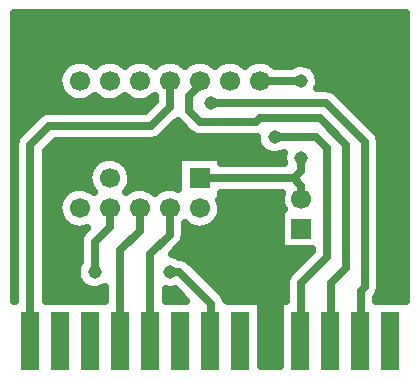
<source format=gbl>
G04 DipTrace 2.4.0.2*
%INBottom.gbr*%
%MOMM*%
%ADD13C,0.305*%
%ADD14C,0.66*%
%ADD15C,0.635*%
%ADD16R,1.5X5.0*%
%ADD17R,1.7X1.7*%
%ADD18C,1.7*%
%ADD19C,1.143*%
%FSLAX53Y53*%
G04*
G71*
G90*
G75*
G01*
%LNBottom*%
%LPD*%
X37256Y12539D2*
D13*
X37305Y12588D1*
D14*
Y17461D1*
X38575Y18731D1*
Y29209D1*
X36352Y31431D1*
X31273D1*
X30955Y31114D1*
X26192D1*
X25240Y32066D1*
Y33336D1*
X26193Y34289D1*
Y34606D1*
X39796Y12539D2*
D13*
X39845D1*
D14*
Y16826D1*
X40163Y17144D1*
Y29460D1*
X36921Y32701D1*
X27145D1*
X23653Y34606D2*
X23970D1*
X23653Y34289D1*
Y32384D1*
X22065Y30796D1*
X13453D1*
X11856Y29198D1*
Y12539D1*
X32542Y29844D2*
X36035D1*
X36988Y28891D1*
Y19684D1*
X34762Y17458D1*
Y12585D1*
D13*
X34716Y12539D1*
X23653Y23811D2*
D14*
Y21589D1*
X22016Y19952D1*
Y12539D1*
X27096D2*
D13*
X27141Y12584D1*
D14*
Y15719D1*
X24446Y18414D1*
X23653D1*
X17302D2*
Y20954D1*
X18573Y22224D1*
Y23811D1*
X21113D2*
Y21906D1*
X19476Y20269D1*
Y12539D1*
X26193Y26351D2*
X34130D1*
X34765Y25716D1*
Y24605D1*
X31273Y34606D2*
D13*
D3*
D14*
X34765D1*
Y28098D2*
Y26986D1*
X34130Y26351D1*
D19*
X27145Y32701D3*
X32542Y29844D3*
X23653Y18414D3*
X17302D3*
X34765Y34606D3*
Y28098D3*
X14286Y20001D3*
X29367Y16826D3*
X26192Y20001D3*
X31907Y16826D3*
X14281Y16984D3*
X29367Y23811D3*
X42703Y18096D3*
Y22859D3*
Y27939D3*
Y32384D3*
Y36194D3*
X39051Y38575D3*
X34606D3*
X33654Y20001D3*
X32384Y23811D3*
X16032Y28891D3*
X19843D3*
X23653D3*
X26986D3*
X12381Y37305D3*
Y34448D3*
X10508Y39721D2*
D15*
X43624D1*
X10508Y39090D2*
X43624D1*
X10508Y38458D2*
X43624D1*
X10508Y37826D2*
X43624D1*
X10508Y37195D2*
X43624D1*
X10508Y36563D2*
X43624D1*
X10508Y35931D2*
X14752D1*
X32559D2*
X33950D1*
X35586D2*
X43624D1*
X10508Y35300D2*
X14305D1*
X36181D2*
X43624D1*
X10508Y34668D2*
X14166D1*
X36350D2*
X43624D1*
X10508Y34036D2*
X14255D1*
X36240D2*
X43624D1*
X10508Y33405D2*
X14623D1*
X38096D2*
X43624D1*
X10508Y32773D2*
X22163D1*
X38731D2*
X43624D1*
X10508Y32141D2*
X21528D1*
X39356D2*
X43624D1*
X10508Y31510D2*
X12291D1*
X39991D2*
X43624D1*
X10508Y30878D2*
X11656D1*
X24027D2*
X24554D1*
X40626D2*
X43624D1*
X10508Y30246D2*
X11031D1*
X23392D2*
X25179D1*
X41241D2*
X43624D1*
X22628Y29615D2*
X30974D1*
X41499D2*
X43624D1*
X13519Y28983D2*
X31222D1*
X41509D2*
X43624D1*
X13202Y28351D2*
X32174D1*
X32917D2*
X33206D1*
X41509D2*
X43624D1*
X13202Y27720D2*
X17331D1*
X19810D2*
X24326D1*
X28055D2*
X33226D1*
X41509D2*
X43624D1*
X13202Y27088D2*
X16865D1*
X20286D2*
X24326D1*
X41509D2*
X43624D1*
X13202Y26456D2*
X16706D1*
X20435D2*
X24326D1*
X41509D2*
X43624D1*
X13202Y25825D2*
X16786D1*
X20355D2*
X24326D1*
X41509D2*
X43624D1*
X13202Y25193D2*
X14811D1*
X41509D2*
X43624D1*
X13202Y24561D2*
X14335D1*
X28055D2*
X32998D1*
X41509D2*
X43624D1*
X13202Y23930D2*
X14166D1*
X28055D2*
X33137D1*
X41509D2*
X43624D1*
X13202Y23298D2*
X14246D1*
X27985D2*
X32998D1*
X41509D2*
X43624D1*
X13202Y22666D2*
X14573D1*
X27648D2*
X32998D1*
X41509D2*
X43624D1*
X13202Y22035D2*
X15664D1*
X24999D2*
X25824D1*
X26557D2*
X32998D1*
X41509D2*
X43624D1*
X13202Y21403D2*
X16041D1*
X24989D2*
X32998D1*
X41509D2*
X43624D1*
X13202Y20771D2*
X15952D1*
X24701D2*
X32998D1*
X41509D2*
X43624D1*
X13202Y20140D2*
X15952D1*
X24076D2*
X35568D1*
X41509D2*
X43624D1*
X13202Y19508D2*
X15952D1*
X25177D2*
X34933D1*
X41509D2*
X43624D1*
X13202Y18876D2*
X15783D1*
X25862D2*
X34298D1*
X41509D2*
X43624D1*
X13202Y18245D2*
X15724D1*
X26497D2*
X33683D1*
X41509D2*
X43624D1*
X13202Y17613D2*
X15942D1*
X27122D2*
X33425D1*
X41509D2*
X43624D1*
X13202Y16981D2*
X16716D1*
X17885D2*
X18135D1*
X27757D2*
X33415D1*
X41499D2*
X43624D1*
X13202Y16350D2*
X18125D1*
X23362D2*
X24634D1*
X28323D2*
X33415D1*
X41231D2*
X43624D1*
X31399Y15718D2*
X32948D1*
X31399Y15086D2*
X32948D1*
X31399Y14455D2*
X32948D1*
X31399Y13823D2*
X32948D1*
X31399Y13191D2*
X32948D1*
X31399Y12560D2*
X32948D1*
X31399Y11928D2*
X32948D1*
X31399Y11296D2*
X32948D1*
X31399Y10665D2*
X32948D1*
X41119Y15992D2*
X43679D1*
X43687Y18064D1*
Y40353D1*
X10444D1*
Y15995D1*
X10579Y15992D1*
X10573Y17936D1*
Y29198D1*
X10612Y29513D1*
X10727Y29808D1*
X10948Y30106D1*
X12546Y31704D1*
X12796Y31898D1*
X13086Y32026D1*
X13453Y32079D1*
X21540D1*
X22371Y32917D1*
X22369Y33307D1*
X21999Y33036D1*
X21710Y32905D1*
X21403Y32827D1*
X21087Y32804D1*
X20772Y32836D1*
X20467Y32923D1*
X20182Y33062D1*
X19850Y33328D1*
X19459Y33036D1*
X19170Y32905D1*
X18863Y32827D1*
X18547Y32804D1*
X18232Y32836D1*
X17927Y32923D1*
X17642Y33062D1*
X17310Y33328D1*
X16919Y33036D1*
X16630Y32905D1*
X16323Y32827D1*
X16007Y32804D1*
X15692Y32836D1*
X15387Y32923D1*
X15102Y33062D1*
X14846Y33249D1*
X14626Y33478D1*
X14450Y33742D1*
X14323Y34032D1*
X14249Y34341D1*
X14230Y34657D1*
X14267Y34972D1*
X14359Y35276D1*
X14502Y35559D1*
X14692Y35812D1*
X14924Y36028D1*
X15191Y36201D1*
X15483Y36323D1*
X15792Y36393D1*
X16109Y36408D1*
X16423Y36366D1*
X16726Y36271D1*
X17007Y36123D1*
X17304Y35878D1*
X17464Y36028D1*
X17731Y36201D1*
X18023Y36323D1*
X18332Y36393D1*
X18649Y36408D1*
X18963Y36366D1*
X19266Y36271D1*
X19547Y36123D1*
X19844Y35878D1*
X20004Y36028D1*
X20271Y36201D1*
X20563Y36323D1*
X20872Y36393D1*
X21189Y36408D1*
X21503Y36366D1*
X21806Y36271D1*
X22087Y36123D1*
X22384Y35878D1*
X22544Y36028D1*
X22811Y36201D1*
X23103Y36323D1*
X23412Y36393D1*
X23729Y36408D1*
X24043Y36366D1*
X24346Y36271D1*
X24627Y36123D1*
X24924Y35878D1*
X25084Y36028D1*
X25351Y36201D1*
X25643Y36323D1*
X25952Y36393D1*
X26269Y36408D1*
X26583Y36366D1*
X26886Y36271D1*
X27167Y36123D1*
X27464Y35878D1*
X27624Y36028D1*
X27891Y36201D1*
X28183Y36323D1*
X28492Y36393D1*
X28809Y36408D1*
X29123Y36366D1*
X29426Y36271D1*
X29707Y36123D1*
X30004Y35878D1*
X30164Y36028D1*
X30431Y36201D1*
X30723Y36323D1*
X31032Y36393D1*
X31349Y36408D1*
X31663Y36366D1*
X31966Y36271D1*
X32247Y36123D1*
X32543Y35889D1*
X33941D1*
X34259Y36044D1*
X34567Y36118D1*
X34884Y36126D1*
X35195Y36069D1*
X35489Y35948D1*
X35750Y35769D1*
X35970Y35540D1*
X36137Y35271D1*
X36245Y34973D1*
X36289Y34606D1*
X36256Y34291D1*
X36154Y33981D1*
X36921Y33984D1*
X37235Y33945D1*
X37531Y33830D1*
X37828Y33609D1*
X41070Y30367D1*
X41264Y30117D1*
X41392Y29827D1*
X41446Y29460D1*
Y17144D1*
X41407Y16829D1*
X41322Y16593D1*
X41160Y16337D1*
X41128Y16191D1*
Y15983D1*
X41499Y15982D1*
X33330Y15992D2*
X33479D1*
Y17458D1*
X33518Y17772D1*
X33632Y18067D1*
X33854Y18365D1*
X35700Y20210D1*
X35704Y20368D1*
X33062Y20362D1*
Y23768D1*
X33290D1*
X33162Y24029D1*
X33083Y24336D1*
X33063Y24653D1*
X33134Y25071D1*
X27988Y25068D1*
X27995Y24548D1*
X27847D1*
X27983Y24026D1*
X27995Y23811D1*
X27968Y23495D1*
X27885Y23189D1*
X27750Y22902D1*
X27566Y22644D1*
X27340Y22421D1*
X27079Y22241D1*
X26790Y22110D1*
X26483Y22032D1*
X26167Y22009D1*
X25852Y22041D1*
X25547Y22128D1*
X25262Y22267D1*
X24930Y22533D1*
X24936Y21589D1*
X24897Y21274D1*
X24782Y20979D1*
X24560Y20681D1*
X23809Y19931D1*
X24083Y19876D1*
X24376Y19755D1*
X24466Y19694D1*
X24598Y19688D1*
X24905Y19612D1*
X25185Y19463D1*
X25578Y19097D1*
X28048Y16626D1*
X28243Y16377D1*
X28372Y16077D1*
X28315Y16233D1*
X28568Y15992D1*
X28799Y15982D1*
X29838Y15992D1*
X31339D1*
Y10446D1*
X33017Y10444D1*
X33013Y15992D1*
X33330D1*
X23299D2*
X25046D1*
X24094Y16952D1*
X23824Y16899D1*
X23507Y16896D1*
X23303Y16938D1*
X23299Y15993D1*
X23719Y15982D1*
X18090Y15992D2*
X18199D1*
X18193Y17172D1*
X17784Y16967D1*
X17474Y16899D1*
X17157Y16896D1*
X16847Y16959D1*
X16556Y17085D1*
X16297Y17268D1*
X16082Y17501D1*
X15919Y17773D1*
X15817Y18073D1*
X15778Y18387D1*
X15806Y18703D1*
X15898Y19006D1*
X16017Y19223D1*
X16019Y20954D1*
X16058Y21268D1*
X16173Y21563D1*
X16395Y21861D1*
X16630Y22110D1*
X16323Y22032D1*
X16007Y22009D1*
X15692Y22041D1*
X15387Y22128D1*
X15102Y22267D1*
X14846Y22454D1*
X14626Y22683D1*
X14450Y22947D1*
X14323Y23237D1*
X14249Y23546D1*
X14230Y23862D1*
X14267Y24177D1*
X14359Y24481D1*
X14502Y24764D1*
X14692Y25017D1*
X14924Y25233D1*
X15191Y25406D1*
X15483Y25528D1*
X15792Y25598D1*
X16109Y25613D1*
X16423Y25571D1*
X16726Y25476D1*
X17007Y25328D1*
X17218Y25165D1*
X16990Y25487D1*
X16863Y25777D1*
X16789Y26086D1*
X16770Y26402D1*
X16807Y26717D1*
X16899Y27021D1*
X17042Y27304D1*
X17232Y27557D1*
X17464Y27773D1*
X17731Y27946D1*
X18023Y28068D1*
X18332Y28138D1*
X18649Y28153D1*
X18963Y28111D1*
X19266Y28016D1*
X19547Y27868D1*
X19797Y27674D1*
X20010Y27439D1*
X20179Y27171D1*
X20297Y26876D1*
X20363Y26566D1*
X20375Y26351D1*
X20348Y26035D1*
X20265Y25729D1*
X20130Y25442D1*
X19952Y25192D1*
X20271Y25406D1*
X20563Y25528D1*
X20872Y25598D1*
X21189Y25613D1*
X21503Y25571D1*
X21806Y25476D1*
X22087Y25328D1*
X22384Y25083D1*
X22544Y25233D1*
X22811Y25406D1*
X23103Y25528D1*
X23412Y25598D1*
X23729Y25613D1*
X24043Y25571D1*
X24390Y25453D1*
Y28154D1*
X27995D1*
Y27628D1*
X31590Y27634D1*
X33306D1*
X33241Y28071D1*
X33268Y28387D1*
X33311Y28529D1*
X33024Y28397D1*
X32714Y28329D1*
X32397Y28326D1*
X32087Y28389D1*
X31796Y28515D1*
X31537Y28698D1*
X31322Y28931D1*
X31159Y29203D1*
X31057Y29503D1*
X31019Y29827D1*
X26192Y29831D1*
X25878Y29870D1*
X25583Y29985D1*
X25285Y30206D1*
X24327Y31167D1*
X24111Y31027D1*
X22972Y29889D1*
X22722Y29694D1*
X22433Y29567D1*
X22065Y29513D1*
X13979D1*
X13133Y28661D1*
X13139Y24753D1*
Y15992D1*
X13559Y15982D1*
X14598Y15992D1*
X16099Y15982D1*
X17138Y15992D1*
X18090D1*
D16*
X42336Y12539D3*
X39796D3*
X37256D3*
X34716D3*
X32176D3*
X29636D3*
X27096D3*
X24556D3*
X22016D3*
X19476D3*
X16936D3*
X14396D3*
X11856D3*
D17*
X31273Y37146D3*
D18*
Y34606D3*
X28733Y37146D3*
Y34606D3*
X26193Y37146D3*
Y34606D3*
X23653Y37146D3*
Y34606D3*
X21113Y37146D3*
Y34606D3*
X18573Y37146D3*
Y34606D3*
X16033Y37146D3*
Y34606D3*
D17*
X26193Y26351D3*
D18*
Y23811D3*
X23653Y26351D3*
Y23811D3*
X21113Y26351D3*
Y23811D3*
X18573Y26351D3*
Y23811D3*
X16032Y26351D3*
Y23811D3*
D17*
X34765Y22065D3*
D18*
Y24605D3*
M02*

</source>
